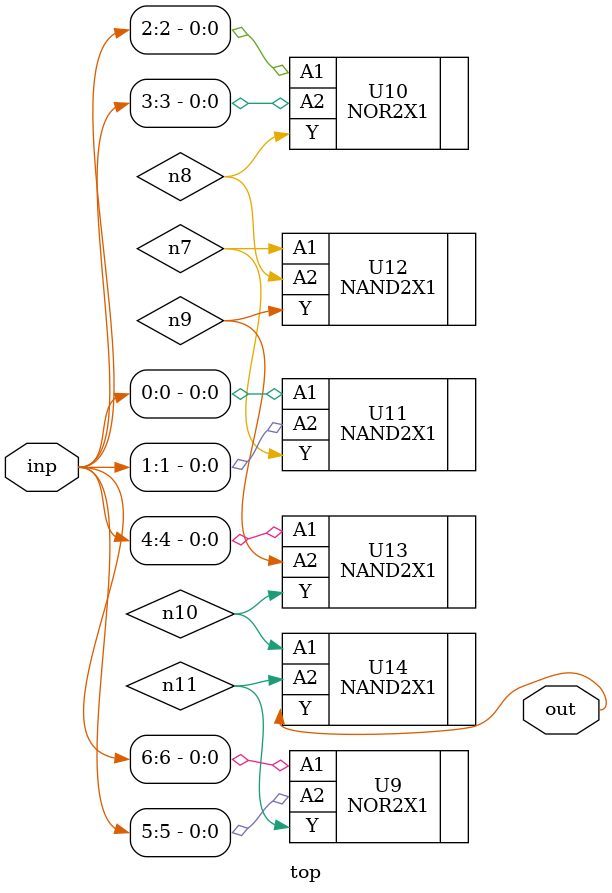
<source format=sv>


module top ( inp, out );
  input [6:0] inp;
  output out;
  wire   n7, n8, n9, n10, n11;

  NOR2X1 U9 ( .A1(inp[6]), .A2(inp[5]), .Y(n11) );
  NOR2X1 U10 ( .A1(inp[2]), .A2(inp[3]), .Y(n8) );
  NAND2X1 U11 ( .A1(inp[0]), .A2(inp[1]), .Y(n7) );
  NAND2X1 U12 ( .A1(n7), .A2(n8), .Y(n9) );
  NAND2X1 U13 ( .A1(inp[4]), .A2(n9), .Y(n10) );
  NAND2X1 U14 ( .A1(n10), .A2(n11), .Y(out) );
endmodule


</source>
